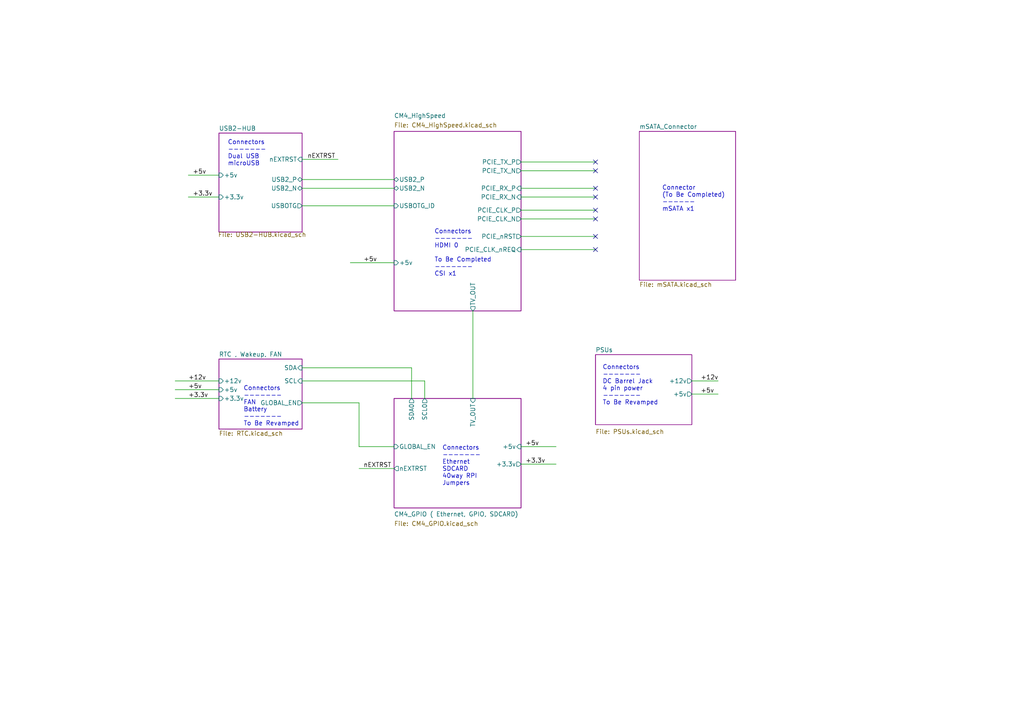
<source format=kicad_sch>
(kicad_sch
	(version 20231120)
	(generator "eeschema")
	(generator_version "8.0")
	(uuid "6c001b4e-24d4-428e-b356-94dfe714b86a")
	(paper "A4")
	(title_block
		(title "CM4 Board Bare Minimum Requirements")
		(date "2024-10-25")
		(rev "0.1")
		(company "RapidAnalysis")
		(comment 1 "Author: Asad Imran")
	)
	(lib_symbols)
	(no_connect
		(at 172.72 49.53)
		(uuid "0a118cde-3242-4589-8ce7-4bd16602c9e7")
	)
	(no_connect
		(at 172.72 68.58)
		(uuid "775ceb72-1c0b-4a0f-bf1c-9c61159c125c")
	)
	(no_connect
		(at 172.72 46.99)
		(uuid "91471bf9-8577-426a-b820-fc8bcebbeda4")
	)
	(no_connect
		(at 172.72 60.96)
		(uuid "a4dfae98-d1af-4d24-afcf-550f33196b67")
	)
	(no_connect
		(at 172.72 63.5)
		(uuid "af3167ad-e212-4f30-8499-fd91decc6295")
	)
	(no_connect
		(at 172.72 72.39)
		(uuid "e9f54588-6bc5-4082-afac-e2f4a1b9b43c")
	)
	(no_connect
		(at 172.72 54.61)
		(uuid "ec7cfc95-89bf-4dba-9c26-4a5965fc9b56")
	)
	(no_connect
		(at 172.72 57.15)
		(uuid "f6866c12-4cd7-42ca-a125-c6bb9c4f8f1b")
	)
	(wire
		(pts
			(xy 151.13 72.39) (xy 172.72 72.39)
		)
		(stroke
			(width 0)
			(type solid)
		)
		(uuid "07ca776f-813c-41f2-b2ee-c26545d8c275")
	)
	(wire
		(pts
			(xy 151.13 68.58) (xy 172.72 68.58)
		)
		(stroke
			(width 0)
			(type solid)
		)
		(uuid "0d81e72b-959e-4bde-8916-3b4da6f70ce2")
	)
	(wire
		(pts
			(xy 50.8 113.03) (xy 63.5 113.03)
		)
		(stroke
			(width 0)
			(type solid)
		)
		(uuid "29a954ae-615b-4344-8098-5bd5a9c9be48")
	)
	(wire
		(pts
			(xy 104.14 135.89) (xy 114.3 135.89)
		)
		(stroke
			(width 0)
			(type solid)
		)
		(uuid "2f3fe934-1b9f-4a54-8861-a73364fb7be1")
	)
	(wire
		(pts
			(xy 104.14 129.54) (xy 104.14 116.84)
		)
		(stroke
			(width 0)
			(type solid)
		)
		(uuid "37a21fc4-536d-4609-b803-f9be2dbb6cb8")
	)
	(wire
		(pts
			(xy 200.66 114.3) (xy 208.28 114.3)
		)
		(stroke
			(width 0)
			(type solid)
		)
		(uuid "3839666b-f715-4f3e-857a-fc1efda5babc")
	)
	(wire
		(pts
			(xy 151.13 54.61) (xy 172.72 54.61)
		)
		(stroke
			(width 0)
			(type solid)
		)
		(uuid "45490666-1389-4a1e-808d-5742c8b0309b")
	)
	(wire
		(pts
			(xy 87.63 116.84) (xy 104.14 116.84)
		)
		(stroke
			(width 0)
			(type solid)
		)
		(uuid "4faff8f0-f99e-4cd9-afe8-8c3d38c1b496")
	)
	(wire
		(pts
			(xy 119.38 106.68) (xy 119.38 115.57)
		)
		(stroke
			(width 0)
			(type solid)
		)
		(uuid "5bb2e5be-1744-4afa-b057-d222d41e6501")
	)
	(wire
		(pts
			(xy 63.5 57.15) (xy 54.61 57.15)
		)
		(stroke
			(width 0)
			(type solid)
		)
		(uuid "5dd62f57-aad4-421a-b329-4ced0c1a336c")
	)
	(wire
		(pts
			(xy 101.6 76.2) (xy 114.3 76.2)
		)
		(stroke
			(width 0)
			(type solid)
		)
		(uuid "667e0dd6-44cb-4957-b1e7-022fcaa2a2be")
	)
	(wire
		(pts
			(xy 63.5 50.8) (xy 54.61 50.8)
		)
		(stroke
			(width 0)
			(type solid)
		)
		(uuid "82a5a69d-9930-48db-96b4-fc60bb62e2df")
	)
	(wire
		(pts
			(xy 87.63 110.49) (xy 123.19 110.49)
		)
		(stroke
			(width 0)
			(type solid)
		)
		(uuid "83ae545a-653f-486f-b40f-a43478c6d821")
	)
	(wire
		(pts
			(xy 114.3 129.54) (xy 104.14 129.54)
		)
		(stroke
			(width 0)
			(type solid)
		)
		(uuid "9259f0e5-c66f-42eb-88bb-8b5eb92097f7")
	)
	(wire
		(pts
			(xy 151.13 57.15) (xy 172.72 57.15)
		)
		(stroke
			(width 0)
			(type solid)
		)
		(uuid "928e4df2-1526-4272-b886-a894e07fd95f")
	)
	(wire
		(pts
			(xy 151.13 63.5) (xy 172.72 63.5)
		)
		(stroke
			(width 0)
			(type solid)
		)
		(uuid "9cd13ed2-9d28-4358-8d57-f6059a64e201")
	)
	(wire
		(pts
			(xy 151.13 49.53) (xy 172.72 49.53)
		)
		(stroke
			(width 0)
			(type solid)
		)
		(uuid "9d78393a-4606-4767-8968-0ab4a9dbd140")
	)
	(wire
		(pts
			(xy 151.13 46.99) (xy 172.72 46.99)
		)
		(stroke
			(width 0)
			(type solid)
		)
		(uuid "a20e8d98-2554-433e-be5e-cc5cb4353ae7")
	)
	(wire
		(pts
			(xy 151.13 60.96) (xy 172.72 60.96)
		)
		(stroke
			(width 0)
			(type solid)
		)
		(uuid "b12559d4-1307-453d-bb8f-399825aba3f1")
	)
	(wire
		(pts
			(xy 50.8 110.49) (xy 63.5 110.49)
		)
		(stroke
			(width 0)
			(type solid)
		)
		(uuid "b496f1f6-71bd-4913-97af-fd9ca43d3ee9")
	)
	(wire
		(pts
			(xy 87.63 59.69) (xy 114.3 59.69)
		)
		(stroke
			(width 0)
			(type solid)
		)
		(uuid "c5dedb6c-19a7-48c7-8995-6bbfb87e9bf0")
	)
	(wire
		(pts
			(xy 151.13 134.62) (xy 161.29 134.62)
		)
		(stroke
			(width 0)
			(type solid)
		)
		(uuid "c62e46bc-cbde-4eee-af02-ddb839d2e342")
	)
	(wire
		(pts
			(xy 87.63 52.07) (xy 114.3 52.07)
		)
		(stroke
			(width 0)
			(type solid)
		)
		(uuid "d29d97d3-ce88-45cc-a2a7-ec47f8bdf308")
	)
	(wire
		(pts
			(xy 123.19 115.57) (xy 123.19 110.49)
		)
		(stroke
			(width 0)
			(type solid)
		)
		(uuid "e6e700b8-a6db-4aa8-9b70-666f97bb7a7c")
	)
	(wire
		(pts
			(xy 63.5 115.57) (xy 50.8 115.57)
		)
		(stroke
			(width 0)
			(type solid)
		)
		(uuid "e97212f6-24ce-43dd-8d68-eff04dd3591b")
	)
	(wire
		(pts
			(xy 200.66 110.49) (xy 208.28 110.49)
		)
		(stroke
			(width 0)
			(type solid)
		)
		(uuid "ee12158c-35b0-48fe-816c-6ffd33b60bb4")
	)
	(wire
		(pts
			(xy 87.63 106.68) (xy 119.38 106.68)
		)
		(stroke
			(width 0)
			(type solid)
		)
		(uuid "f02e81cc-5de7-41ad-921a-57d8d48d533f")
	)
	(wire
		(pts
			(xy 161.29 129.54) (xy 151.13 129.54)
		)
		(stroke
			(width 0)
			(type solid)
		)
		(uuid "f51a3105-caaf-45c1-b868-d7a9261d884f")
	)
	(wire
		(pts
			(xy 137.16 90.17) (xy 137.16 115.57)
		)
		(stroke
			(width 0)
			(type solid)
		)
		(uuid "fdca4f19-688f-4fa4-a6eb-fd11b43615bf")
	)
	(wire
		(pts
			(xy 87.63 54.61) (xy 114.3 54.61)
		)
		(stroke
			(width 0)
			(type solid)
		)
		(uuid "ff787473-7e07-4066-a51f-608dd0cca19e")
	)
	(wire
		(pts
			(xy 87.63 46.228) (xy 98.044 46.228)
		)
		(stroke
			(width 0)
			(type solid)
		)
		(uuid "fff88b8f-d8a1-4899-91b3-c2e20d4fde43")
	)
	(text "Connectors\n-------\nHDMI 0\n\nTo Be Completed\n-------\nCSI x1\n"
		(exclude_from_sim no)
		(at 125.984 80.264 0)
		(effects
			(font
				(size 1.27 1.27)
			)
			(justify left bottom)
		)
		(uuid "08470b00-75ec-4a8e-9ee0-d099bd43890d")
	)
	(text "Connectors\n-------\nDC Barrel Jack\n4 pin power\n-------\nTo Be Revamped"
		(exclude_from_sim no)
		(at 174.752 117.602 0)
		(effects
			(font
				(size 1.27 1.27)
			)
			(justify left bottom)
		)
		(uuid "3bca5f11-9c65-4890-8ecb-82eb8e38c603")
	)
	(text "Connector\n(To Be Completed)\n------\nmSATA x1\n"
		(exclude_from_sim no)
		(at 192.024 61.468 0)
		(effects
			(font
				(size 1.27 1.27)
			)
			(justify left bottom)
		)
		(uuid "41694b72-05e3-492b-b995-b955fdbfccae")
	)
	(text "Connectors\n-------\nDual USB\nmicroUSB"
		(exclude_from_sim no)
		(at 66.04 48.26 0)
		(effects
			(font
				(size 1.27 1.27)
			)
			(justify left bottom)
		)
		(uuid "58b00657-2306-4d7a-9549-0ba6e378cda2")
	)
	(text "Connectors\n-------\nFAN\nBattery\n-------\nTo Be Revamped"
		(exclude_from_sim no)
		(at 70.612 123.698 0)
		(effects
			(font
				(size 1.27 1.27)
			)
			(justify left bottom)
		)
		(uuid "bf7645cc-6339-44b9-a491-90a13c7bfdb0")
	)
	(text "Connectors\n-------\nEthernet\nSDCARD\n40way RPI\nJumpers"
		(exclude_from_sim no)
		(at 128.27 140.97 0)
		(effects
			(font
				(size 1.27 1.27)
			)
			(justify left bottom)
		)
		(uuid "f2aa2735-dde6-42ae-970b-9225746e6991")
	)
	(label "+3.3v"
		(at 55.88 57.15 0)
		(fields_autoplaced yes)
		(effects
			(font
				(size 1.27 1.27)
			)
			(justify left bottom)
		)
		(uuid "279985cb-0ddd-4415-8a9b-91cdbce75955")
	)
	(label "nEXTRST"
		(at 105.41 135.89 0)
		(fields_autoplaced yes)
		(effects
			(font
				(size 1.27 1.27)
			)
			(justify left bottom)
		)
		(uuid "4ac0dbd0-b85d-4812-b8e6-39ad9d97ec77")
	)
	(label "+12v"
		(at 54.61 110.49 0)
		(fields_autoplaced yes)
		(effects
			(font
				(size 1.27 1.27)
			)
			(justify left bottom)
		)
		(uuid "57fb24e1-7193-43f3-8d43-79647d94c262")
	)
	(label "+5v"
		(at 105.41 76.2 0)
		(fields_autoplaced yes)
		(effects
			(font
				(size 1.27 1.27)
			)
			(justify left bottom)
		)
		(uuid "5db2f82e-69b7-4346-80b7-1f63c6fc328f")
	)
	(label "+5v"
		(at 54.61 113.03 0)
		(fields_autoplaced yes)
		(effects
			(font
				(size 1.27 1.27)
			)
			(justify left bottom)
		)
		(uuid "78aa389e-7db0-432a-a8fb-a68373f17613")
	)
	(label "+3.3v"
		(at 54.61 115.57 0)
		(fields_autoplaced yes)
		(effects
			(font
				(size 1.27 1.27)
			)
			(justify left bottom)
		)
		(uuid "78fc4107-d73f-47ef-8489-4ada3fe73ca7")
	)
	(label "+12v"
		(at 203.2 110.49 0)
		(fields_autoplaced yes)
		(effects
			(font
				(size 1.27 1.27)
			)
			(justify left bottom)
		)
		(uuid "8b86bdec-8d83-4fa7-ad4b-7949b136cf4f")
	)
	(label "+5v"
		(at 152.4 129.54 0)
		(fields_autoplaced yes)
		(effects
			(font
				(size 1.27 1.27)
			)
			(justify left bottom)
		)
		(uuid "98d1401a-d6ca-4a66-8529-ed95a3af14c3")
	)
	(label "+5v"
		(at 55.88 50.8 0)
		(fields_autoplaced yes)
		(effects
			(font
				(size 1.27 1.27)
			)
			(justify left bottom)
		)
		(uuid "b4e8f41b-e297-44d5-ad9a-3cd2ed837843")
	)
	(label "+5v"
		(at 203.2 114.3 0)
		(fields_autoplaced yes)
		(effects
			(font
				(size 1.27 1.27)
			)
			(justify left bottom)
		)
		(uuid "c1b6ece2-67c3-4054-b216-cfcb6ad0e745")
	)
	(label "nEXTRST"
		(at 89.154 46.228 0)
		(fields_autoplaced yes)
		(effects
			(font
				(size 1.27 1.27)
			)
			(justify left bottom)
		)
		(uuid "d0e74da4-5856-4713-bf3d-7a44ff6cfa99")
	)
	(label "+3.3v"
		(at 152.4 134.62 0)
		(fields_autoplaced yes)
		(effects
			(font
				(size 1.27 1.27)
			)
			(justify left bottom)
		)
		(uuid "f4832d6e-59e8-44ee-988c-4b9a90ffd92c")
	)
	(sheet
		(at 172.72 102.87)
		(size 27.94 20.32)
		(stroke
			(width 0.1524)
			(type solid)
			(color 132 0 132 1)
		)
		(fill
			(color 255 255 255 0.0000)
		)
		(uuid "06cdaebd-119b-4dad-a8ec-01ef3a67d9dc")
		(property "Sheetname" "PSUs"
			(at 172.72 102.2345 0)
			(effects
				(font
					(size 1.27 1.27)
				)
				(justify left bottom)
			)
		)
		(property "Sheetfile" "PSUs.kicad_sch"
			(at 172.72 124.46 0)
			(effects
				(font
					(size 1.27 1.27)
				)
				(justify left top)
			)
		)
		(pin "+5v" output
			(at 200.66 114.3 0)
			(effects
				(font
					(size 1.27 1.27)
				)
				(justify right)
			)
			(uuid "223fd90b-66c4-4151-846d-7e3ef6210cd8")
		)
		(pin "+12v" output
			(at 200.66 110.49 0)
			(effects
				(font
					(size 1.27 1.27)
				)
				(justify right)
			)
			(uuid "dcf84240-1536-4945-a867-cd25973ada9e")
		)
		(instances
			(project "CM4-Baseline"
				(path "/6c001b4e-24d4-428e-b356-94dfe714b86a"
					(page "5")
				)
			)
		)
	)
	(sheet
		(at 185.42 38.1)
		(size 27.94 43.18)
		(stroke
			(width 0.152)
			(type solid)
			(color 132 0 132 1)
		)
		(fill
			(color 255 255 255 0.0000)
		)
		(uuid "3be1dbe8-95af-4046-8664-428c25b1b1e6")
		(property "Sheetname" "mSATA_Connector"
			(at 185.42 37.464 0)
			(effects
				(font
					(size 1.27 1.27)
				)
				(justify left bottom)
			)
		)
		(property "Sheetfile" "mSATA.kicad_sch"
			(at 185.42 81.7885 0)
			(effects
				(font
					(size 1.27 1.27)
				)
				(justify left top)
			)
		)
		(instances
			(project "CM4-Baseline"
				(path "/6c001b4e-24d4-428e-b356-94dfe714b86a"
					(page "4")
				)
			)
		)
	)
	(sheet
		(at 63.5 104.14)
		(size 24.13 20.32)
		(stroke
			(width 0.1524)
			(type solid)
			(color 132 0 132 1)
		)
		(fill
			(color 255 255 255 0.0000)
		)
		(uuid "58873855-c06b-4226-9f8c-d980d650ca65")
		(property "Sheetname" "RTC , Wakeup, FAN"
			(at 63.5 103.5045 0)
			(effects
				(font
					(size 1.27 1.27)
				)
				(justify left bottom)
			)
		)
		(property "Sheetfile" "RTC.kicad_sch"
			(at 63.5 124.9685 0)
			(effects
				(font
					(size 1.27 1.27)
				)
				(justify left top)
			)
		)
		(pin "SCL" input
			(at 87.63 110.49 0)
			(effects
				(font
					(size 1.27 1.27)
				)
				(justify right)
			)
			(uuid "c71ff948-da63-43ec-8906-84961ad116b8")
		)
		(pin "SDA" input
			(at 87.63 106.68 0)
			(effects
				(font
					(size 1.27 1.27)
				)
				(justify right)
			)
			(uuid "b730598a-a3fe-4ffe-a79a-87fc4b32a638")
		)
		(pin "+5v" input
			(at 63.5 113.03 180)
			(effects
				(font
					(size 1.27 1.27)
				)
				(justify left)
			)
			(uuid "7fbc6dfd-9c82-4f1f-af2c-5942ef3ab28f")
		)
		(pin "+3.3v" input
			(at 63.5 115.57 180)
			(effects
				(font
					(size 1.27 1.27)
				)
				(justify left)
			)
			(uuid "4e3ab1bd-bc32-43dd-a514-f2b80b907a35")
		)
		(pin "GLOBAL_EN" output
			(at 87.63 116.84 0)
			(effects
				(font
					(size 1.27 1.27)
				)
				(justify right)
			)
			(uuid "fdd9cd43-c0d0-4bbc-ab46-83c9df2c54a0")
		)
		(pin "+12v" input
			(at 63.5 110.49 180)
			(effects
				(font
					(size 1.27 1.27)
				)
				(justify left)
			)
			(uuid "a1ddcfc7-1801-417f-841f-90ab21428fb3")
		)
		(instances
			(project "CM4-Baseline"
				(path "/6c001b4e-24d4-428e-b356-94dfe714b86a"
					(page "6")
				)
			)
		)
	)
	(sheet
		(at 114.3 115.57)
		(size 36.83 31.75)
		(stroke
			(width 0.1524)
			(type solid)
			(color 132 0 132 1)
		)
		(fill
			(color 255 255 255 0.0000)
		)
		(uuid "591a9a7d-00e1-42db-a3ff-185ef4c0e698")
		(property "Sheetname" "CM4_GPIO ( Ethernet, GPIO, SDCARD)"
			(at 114.3 149.86 0)
			(effects
				(font
					(size 1.27 1.27)
				)
				(justify left bottom)
			)
		)
		(property "Sheetfile" "CM4_GPIO.kicad_sch"
			(at 114.3 151.13 0)
			(effects
				(font
					(size 1.27 1.27)
				)
				(justify left top)
			)
		)
		(pin "SCL0" output
			(at 123.19 115.57 90)
			(effects
				(font
					(size 1.27 1.27)
				)
				(justify right)
			)
			(uuid "37135b3e-303d-4f4d-a08c-e003b07446ab")
		)
		(pin "SDA0" output
			(at 119.38 115.57 90)
			(effects
				(font
					(size 1.27 1.27)
				)
				(justify right)
			)
			(uuid "14cb22df-1a00-4527-9156-87a90670934d")
		)
		(pin "+5v" input
			(at 151.13 129.54 0)
			(effects
				(font
					(size 1.27 1.27)
				)
				(justify right)
			)
			(uuid "ed1936c9-5619-4a31-9e8c-04c6ff1acb66")
		)
		(pin "+3.3v" output
			(at 151.13 134.62 0)
			(effects
				(font
					(size 1.27 1.27)
				)
				(justify right)
			)
			(uuid "ec55235c-b2a9-4856-8265-6b5b117719df")
		)
		(pin "nEXTRST" output
			(at 114.3 135.89 180)
			(effects
				(font
					(size 1.27 1.27)
				)
				(justify left)
			)
			(uuid "f0c62eeb-e553-4ee4-8bc9-068ddc9e52fe")
		)
		(pin "GLOBAL_EN" input
			(at 114.3 129.54 180)
			(effects
				(font
					(size 1.27 1.27)
				)
				(justify left)
			)
			(uuid "c2123e9c-0cb3-4daa-bfaf-e19c49f937e2")
		)
		(pin "TV_OUT" input
			(at 137.16 115.57 90)
			(effects
				(font
					(size 1.27 1.27)
				)
				(justify right)
			)
			(uuid "26670887-5e31-4200-b558-61b0be1c9333")
		)
		(instances
			(project "CM4-Baseline"
				(path "/6c001b4e-24d4-428e-b356-94dfe714b86a"
					(page "2")
				)
			)
		)
	)
	(sheet
		(at 114.3 38.1)
		(size 36.83 52.07)
		(stroke
			(width 0.1524)
			(type solid)
			(color 132 0 132 1)
		)
		(fill
			(color 255 255 255 0.0000)
		)
		(uuid "a0db5c83-f3b3-4f18-a51e-3d36fe9f4d83")
		(property "Sheetname" "CM4_HighSpeed"
			(at 114.3 34.29 0)
			(effects
				(font
					(size 1.27 1.27)
				)
				(justify left bottom)
			)
		)
		(property "Sheetfile" "CM4_HighSpeed.kicad_sch"
			(at 114.3 35.56 0)
			(effects
				(font
					(size 1.27 1.27)
				)
				(justify left top)
			)
		)
		(pin "PCIE_CLK_P" output
			(at 151.13 60.96 0)
			(effects
				(font
					(size 1.27 1.27)
				)
				(justify right)
			)
			(uuid "7da5fa1c-df14-42e5-b0bf-b9ecab280b24")
		)
		(pin "PCIE_CLK_N" output
			(at 151.13 63.5 0)
			(effects
				(font
					(size 1.27 1.27)
				)
				(justify right)
			)
			(uuid "f876a978-00ed-453d-ae86-6af07c3fc12a")
		)
		(pin "PCIE_TX_P" output
			(at 151.13 46.99 0)
			(effects
				(font
					(size 1.27 1.27)
				)
				(justify right)
			)
			(uuid "a6e48482-0333-4777-94c6-34f228ad4506")
		)
		(pin "PCIE_TX_N" output
			(at 151.13 49.53 0)
			(effects
				(font
					(size 1.27 1.27)
				)
				(justify right)
			)
			(uuid "7a51d67e-cd30-4a5c-9926-689fb1e761f3")
		)
		(pin "PCIE_nRST" output
			(at 151.13 68.58 0)
			(effects
				(font
					(size 1.27 1.27)
				)
				(justify right)
			)
			(uuid "c266b138-a4fd-43d7-b6a0-e30b0c50b513")
		)
		(pin "PCIE_RX_P" input
			(at 151.13 54.61 0)
			(effects
				(font
					(size 1.27 1.27)
				)
				(justify right)
			)
			(uuid "9ede4af9-c87d-4ad9-8be6-02ea91d5b9a6")
		)
		(pin "PCIE_RX_N" input
			(at 151.13 57.15 0)
			(effects
				(font
					(size 1.27 1.27)
				)
				(justify right)
			)
			(uuid "c10e1b16-ef5d-4eea-98aa-c7bc866fc99a")
		)
		(pin "PCIE_CLK_nREQ" input
			(at 151.13 72.39 0)
			(effects
				(font
					(size 1.27 1.27)
				)
				(justify right)
			)
			(uuid "004d51ad-4f3a-48e3-a406-49bcd3520bd3")
		)
		(pin "+5v" input
			(at 114.3 76.2 180)
			(effects
				(font
					(size 1.27 1.27)
				)
				(justify left)
			)
			(uuid "e9fff08e-0d53-43d2-bbc5-052338b997ad")
		)
		(pin "TV_OUT" output
			(at 137.16 90.17 270)
			(effects
				(font
					(size 1.27 1.27)
				)
				(justify left)
			)
			(uuid "883c7e35-ab46-42bf-8d81-6214d5de56b4")
		)
		(pin "USB2_P" bidirectional
			(at 114.3 52.07 180)
			(effects
				(font
					(size 1.27 1.27)
				)
				(justify left)
			)
			(uuid "ff61c727-32df-4821-a4c2-2795552a2338")
		)
		(pin "USB2_N" bidirectional
			(at 114.3 54.61 180)
			(effects
				(font
					(size 1.27 1.27)
				)
				(justify left)
			)
			(uuid "9dd7c6b3-5731-4778-9753-1007ed8d0b2f")
		)
		(pin "USBOTG_ID" input
			(at 114.3 59.69 180)
			(effects
				(font
					(size 1.27 1.27)
				)
				(justify left)
			)
			(uuid "412c5675-0050-4034-a912-0350d677f524")
		)
		(instances
			(project "CM4-Baseline"
				(path "/6c001b4e-24d4-428e-b356-94dfe714b86a"
					(page "3")
				)
			)
		)
	)
	(sheet
		(at 63.5 38.608)
		(size 24.13 28.702)
		(stroke
			(width 0.1524)
			(type solid)
			(color 132 0 132 1)
		)
		(fill
			(color 255 255 255 0.0000)
		)
		(uuid "dd6e9c37-ead1-48fe-8cdc-0fb0dbae5d74")
		(property "Sheetname" "USB2-HUB"
			(at 63.5 37.9725 0)
			(effects
				(font
					(size 1.27 1.27)
				)
				(justify left bottom)
			)
		)
		(property "Sheetfile" "USB2-HUB.kicad_sch"
			(at 63.246 67.31 0)
			(effects
				(font
					(size 1.27 1.27)
				)
				(justify left top)
			)
		)
		(pin "USB2_N" bidirectional
			(at 87.63 54.61 0)
			(effects
				(font
					(size 1.27 1.27)
				)
				(justify right)
			)
			(uuid "134b01e8-3469-4f22-91fe-73b73ecf230a")
		)
		(pin "USB2_P" bidirectional
			(at 87.63 52.07 0)
			(effects
				(font
					(size 1.27 1.27)
				)
				(justify right)
			)
			(uuid "89341f9f-f489-4132-acd2-6be4275ac406")
		)
		(pin "+5v" input
			(at 63.5 50.8 180)
			(effects
				(font
					(size 1.27 1.27)
				)
				(justify left)
			)
			(uuid "61519023-1842-4634-b378-f2399c393ca4")
		)
		(pin "+3.3v" input
			(at 63.5 57.15 180)
			(effects
				(font
					(size 1.27 1.27)
				)
				(justify left)
			)
			(uuid "bdde285c-0dc1-41e0-a4a9-33317162ab28")
		)
		(pin "nEXTRST" input
			(at 87.63 46.228 0)
			(effects
				(font
					(size 1.27 1.27)
				)
				(justify right)
			)
			(uuid "78801aa0-dea4-47fa-9ecf-5104f10bb841")
		)
		(pin "USBOTG" output
			(at 87.63 59.69 0)
			(effects
				(font
					(size 1.27 1.27)
				)
				(justify right)
			)
			(uuid "532729be-1bcb-4ab2-8d20-d36118f8ab0b")
		)
		(instances
			(project "CM4-Baseline"
				(path "/6c001b4e-24d4-428e-b356-94dfe714b86a"
					(page "7")
				)
			)
		)
	)
	(sheet_instances
		(path "/"
			(page "1")
		)
	)
)

</source>
